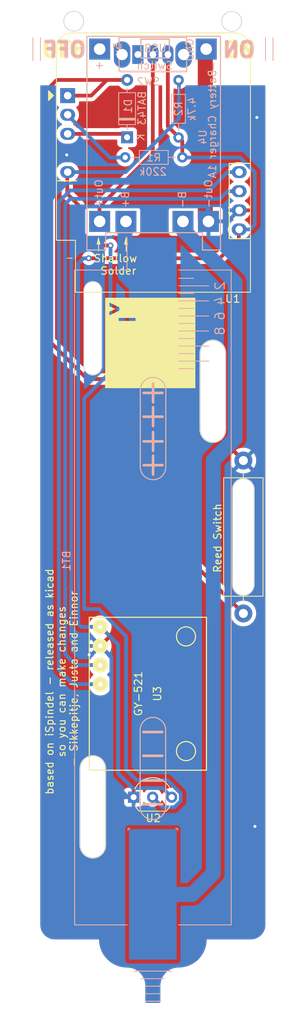
<source format=kicad_pcb>
(kicad_pcb (version 20221018) (generator pcbnew)

  (general
    (thickness 1.6)
  )

  (paper "A4")
  (layers
    (0 "F.Cu" signal)
    (31 "B.Cu" signal)
    (32 "B.Adhes" user "B.Adhesive")
    (33 "F.Adhes" user "F.Adhesive")
    (34 "B.Paste" user)
    (35 "F.Paste" user)
    (36 "B.SilkS" user "B.Silkscreen")
    (37 "F.SilkS" user "F.Silkscreen")
    (38 "B.Mask" user)
    (39 "F.Mask" user)
    (40 "Dwgs.User" user "User.Drawings")
    (41 "Cmts.User" user "User.Comments")
    (42 "Eco1.User" user "User.Eco1")
    (43 "Eco2.User" user "User.Eco2")
    (44 "Edge.Cuts" user)
  )

  (setup
    (pad_to_mask_clearance 0)
    (pcbplotparams
      (layerselection 0x00010fc_ffffffff)
      (plot_on_all_layers_selection 0x0000000_00000000)
      (disableapertmacros false)
      (usegerberextensions true)
      (usegerberattributes false)
      (usegerberadvancedattributes false)
      (creategerberjobfile false)
      (dashed_line_dash_ratio 12.000000)
      (dashed_line_gap_ratio 3.000000)
      (svgprecision 6)
      (plotframeref false)
      (viasonmask false)
      (mode 1)
      (useauxorigin false)
      (hpglpennumber 1)
      (hpglpenspeed 20)
      (hpglpendiameter 15.000000)
      (dxfpolygonmode true)
      (dxfimperialunits true)
      (dxfusepcbnewfont true)
      (psnegative false)
      (psa4output false)
      (plotreference true)
      (plotvalue true)
      (plotinvisibletext false)
      (sketchpadsonfab false)
      (subtractmaskfromsilk true)
      (outputformat 1)
      (mirror false)
      (drillshape 0)
      (scaleselection 1)
      (outputdirectory "gerber")
    )
  )

  (net 0 "")
  (net 1 "Net-(BT1-Pad1)")
  (net 2 "Net-(BT1-Pad2)")
  (net 3 "Net-(D1-Pad1)")
  (net 4 "Net-(D1-Pad2)")
  (net 5 "VCC")
  (net 6 "Net-(R1-Pad2)")
  (net 7 "Net-(R2-Pad2)")
  (net 8 "GND")
  (net 9 "unconnected-(SW2-Pad1)")
  (net 10 "Net-(SW2-Pad2)")
  (net 11 "Net-(U1-Pad11)")
  (net 12 "Net-(U1-Pad12)")
  (net 13 "unconnected-(U4-Pad1)")

  (footprint "libs:nr" (layer "F.Cu") (at 148.5 79.65))

  (footprint "libs:techinc_fmask" (layer "F.Cu") (at 140.595742 100.549816 -30))

  (footprint "Resistor_THT:R_Axial_DIN0516_L15.5mm_D5.0mm_P20.32mm_Horizontal" (layer "F.Cu") (at 160.909 95.2754 -90))

  (footprint "Package_TO_SOT_THT:TO-92_Inline_Wide" (layer "F.Cu") (at 146.2786 140.0092))

  (footprint "libs:GY-521-minimal" (layer "F.Cu") (at 148.1836 126.2634 -90))

  (footprint "libs:WEMOS_D1_mini_light_minimal" (layer "F.Cu") (at 137.4926 46.7868))

  (footprint "libs:TP4056-18650" (layer "B.Cu") (at 140.0572 38.9 -90))

  (footprint "Button_Switch_THT:SW_CuK_OS102011MA1QN1_SPDT_Angled" (layer "B.Cu") (at 146.8506 41.3258))

  (footprint "Resistor_THT:R_Axial_DIN0204_L3.6mm_D1.6mm_P7.62mm_Horizontal" (layer "B.Cu") (at 152.781 54.991 180))

  (footprint "libs:BatteryHolder_Keystone_1042_1x18650_movable" (layer "B.Cu") (at 148.845 108.6006 -90))

  (footprint "Resistor_THT:R_Axial_DIN0204_L3.6mm_D1.6mm_P7.62mm_Horizontal" (layer "B.Cu") (at 152.273 52.3494 90))

  (footprint "Diode_THT:D_DO-35_SOD27_P7.62mm_Horizontal" (layer "B.Cu") (at 145.415 52.324 90))

  (gr_poly
    (pts
      (xy 151.70501 42.44208)
      (xy 151.68177 42.45761)
      (xy 151.70972 42.45761)
    )

    (stroke (width 0) (type solid)) (fill solid) (layer "B.Cu") (tstamp c2f37eee-e094-47ee-b148-d25a1ae00c23))
  (gr_line (start 150.73526 42.95927) (end 150.78288 42.86403)
    (stroke (width 0.15) (type solid)) (layer "B.SilkS") (tstamp 006ecbb6-ce34-4dca-9cd4-326fb4bf593e))
  (gr_line (start 150.78288 43.14974) (end 150.73526 43.0545)
    (stroke (width 0.15) (type solid)) (layer "B.SilkS") (tstamp 00b828fc-0bdb-41d9-acd7-8e2288a0f8f4))
  (gr_line (start 149.25907 43.24498) (end 149.25907 42.57831)
    (stroke (width 0.15) (type solid)) (layer "B.SilkS") (tstamp 02b66d7d-513a-4964-98f1-6717c54186c3))
  (gr_line (start 158.24077 77.76598) (end 158.30029 77.8255)
    (stroke (width 0.15) (type solid)) (layer "B.SilkS") (tstamp 069894b0-3492-4c08-8871-28d69110852e))
  (gr_line (start 147.87811 43.24498) (end 148.06859 43.24498)
    (stroke (width 0.15) (type solid)) (layer "B.SilkS") (tstamp 06df2757-f6c1-4334-89ed-3e3c00936bde))
  (gr_line (start 157.70505 77.8255) (end 157.76458 77.76598)
    (stroke (width 0.15) (type solid)) (layer "B.SilkS") (tstamp 07dd7b7d-0791-47f7-8447-bb1e4e7da9c2))
  (gr_line (start 157.16934 77.8255) (end 157.10982 77.94455)
    (stroke (width 0.15) (type solid)) (layer "B.SilkS") (tstamp 086960b4-bbc8-472b-9c41-f1f03d4b82ea))
  (gr_line (start 144.3424 43.5426) (end 144.3424 39.2926)
    (stroke (width 0.15) (type solid)) (layer "B.SilkS") (tstamp 09356dd9-5487-4db5-834d-80b4acbeddfd))
  (gr_line (start 157.10982 72.18265) (end 157.16934 72.3017)
    (stroke (width 0.15) (type solid)) (layer "B.SilkS") (tstamp 0bdb7771-1c5c-47b1-940b-cddc71711fc5))
  (gr_line (start 152.29434 80.0636) (end 156.29434 80.0636)
    (stroke (width 0.12) (type solid)) (layer "B.SilkS") (tstamp 0d8f45a7-3036-421e-b79b-4b0a3e6b8e1e))
  (gr_line (start 157.40744 75.76598) (end 157.64553 75.70646)
    (stroke (width 0.15) (type solid)) (layer "B.SilkS") (tstamp 0e40b89d-4ac2-4e9c-8d40-21e43ab0509b))
  (gr_line (start 147.2324 41.762) (end 151.0324 41.762)
    (stroke (width 0.15) (type solid)) (layer "B.SilkS") (tstamp 10f70642-4233-4df6-89bf-80d25c3f11cc))
  (gr_line (start 151.30669 42.43546) (end 151.25907 42.34022)
    (stroke (width 0.15) (type solid)) (layer "B.SilkS") (tstamp 11584d42-84c0-455c-951a-dca394a25d55))
  (gr_line (start 158.35982 77.94455) (end 158.35982 78.18265)
    (stroke (width 0.15) (type solid)) (layer "B.SilkS") (tstamp 11f9874b-f7cf-443d-91bd-f3121ccb6cdb))
  (gr_line (start 152.29434 76.0636) (end 156.29434 76.0636)
    (stroke (width 0.12) (type solid)) (layer "B.SilkS") (tstamp 1444b167-0989-4de6-b064-61950cf4669e))
  (gr_line (start 152.29434 75.0636) (end 154.29434 75.0636)
    (stroke (width 0.12) (type solid)) (layer "B.SilkS") (tstamp 147873b9-fef6-4b52-a6a1-446cfe621559))
  (gr_line (start 152.29434 83.0636) (end 154.29434 83.0636)
    (stroke (width 0.12) (type solid)) (layer "B.SilkS") (tstamp 18e76d5f-96c9-4b47-a0be-a8e51adcef63))
  (gr_line (start 157.40744 77.70646) (end 157.34791 77.70646)
    (stroke (width 0.15) (type solid)) (layer "B.SilkS") (tstamp 1a3a9283-4063-472a-aff0-45161fbff891))
  (gr_line (start 149.25907 42.24498) (end 149.30669 42.2926)
    (stroke (width 0.15) (type solid)) (layer "B.SilkS") (tstamp 1c5e169c-b15e-4581-836a-18a324715d7c))
  (gr_line (start 151.25907 42.34022) (end 151.21145 42.2926)
    (stroke (width 0.15) (type solid)) (layer "B.SilkS") (tstamp 1cfaba91-99f9-4d36-ae51-573dec7850d1))
  (gr_line (start 152.29434 82.0636) (end 156.29434 82.0636)
    (stroke (width 0.12) (type solid)) (layer "B.SilkS") (tstamp 1e91e093-742b-4a54-9327-bca16de788c6))
  (gr_line (start 157.22886 78.36122) (end 157.34791 78.42074)
    (stroke (width 0.15) (type solid)) (layer "B.SilkS") (tstamp 1f737c21-72ca-45ec-b78f-43f4a3de6c39))
  (gr_line (start 133.86 42.12) (end 133.86 39.12)
    (stroke (width 0.12) (type solid)) (layer "B.SilkS") (tstamp 209dd0c6-42ce-4f46-866b-151126ef21c2))
  (gr_line (start 157.52648 78.36122) (end 157.58601 78.3017)
    (stroke (width 0.15) (type solid)) (layer "B.SilkS") (tstamp 2144b17e-9ae1-4454-bc47-3240c0c7235e))
  (gr_line (start 150.40192 42.57831) (end 150.21145 43.24498)
    (stroke (width 0.15) (type solid)) (layer "B.SilkS") (tstamp 25924816-bdb4-4e37-9b04-3c916642d1e5))
  (gr_line (start 147.21145 42.57831) (end 147.30669 42.62593)
    (stroke (width 0.15) (type solid)) (layer "B.SilkS") (tstamp 28ac2eca-bc53-4cba-b2fc-a9c70bd17f42))
  (gr_line (start 157.46696 72.42074) (end 157.64553 72.36122)
    (stroke (width 0.15) (type solid)) (layer "B.SilkS") (tstamp 299fdc54-9754-46f5-a276-f7ba8a833d6d))
  (gr_line (start 157.70505 78.3017) (end 157.64553 78.18265)
    (stroke (width 0.15) (type solid)) (layer "B.SilkS") (tstamp 29aa0b4b-bf7e-4e1e-8f33-c0a3ced472e6))
  (gr_line (start 147.828 166.12) (end 149.86 166.12)
    (stroke (width 0.12) (type solid)) (layer "B.SilkS") (tstamp 2c4ccb4c-0a37-4a5c-8b9f-80caa107113c))
  (gr_line (start 148.78288 42.24498) (end 148.78288 43.10212)
    (stroke (width 0.15) (type solid)) (layer "B.SilkS") (tstamp 2e0c5dd3-3dd4-4831-bd07-0a31c16df405))
  (gr_line (start 158.35982 76.18265) (end 158.30029 76.3017)
    (stroke (width 0.15) (type solid)) (layer "B.SilkS") (tstamp 2e44556b-7d6c-4c1f-b186-848e4bb9469a))
  (gr_line (start 158.35982 71.64693) (end 158.35982 72.42074)
    (stroke (width 0.15) (type solid)) (layer "B.SilkS") (tstamp 336de89e-18a1-4c1c-9d28-b0f20ec5842f))
  (gr_line (start 148.06859 42.57831) (end 147.87811 42.57831)
    (stroke (width 0.15) (type solid)) (layer "B.SilkS") (tstamp 349be9be-525e-4011-93bd-611c44d2936a))
  (gr_line (start 151.25907 42.62593) (end 151.30669 42.5307)
    (stroke (width 0.15) (type solid)) (layer "B.SilkS") (tstamp 34ee3ead-b18f-4d73-a57f-c0f2ad969988))
  (gr_line (start 157.34791 77.70646) (end 157.22886 77.76598)
    (stroke (width 0.15) (type solid)) (layer "B.SilkS") (tstamp 3597c619-0ce5-4c35-bced-8df5c16b7e39))
  (gr_line (start 148.21145 43.14974) (end 148.25907 43.0545)
    (stroke (width 0.15) (type solid)) (layer "B.SilkS") (tstamp 36fbe909-0b96-4b90-92f8-1db4a590f0e2))
  (gr_line (start 147.2324 39.262) (end 147.2324 41.762)
    (stroke (width 0.15) (type solid)) (layer "B.SilkS") (tstamp 37861e45-c08d-4f14-8851-95069332932e))
  (gr_line (start 150.8305 43.19736) (end 150.78288 43.14974)
    (stroke (width 0.15) (type solid)) (layer "B.SilkS") (tstamp 39247cca-e27d-462f-92f9-bcc6a0ee7237))
  (gr_line (start 158.30029 77.8255) (end 158.35982 77.94455)
    (stroke (width 0.15) (type solid)) (layer "B.SilkS") (tstamp 3973e4cb-1706-43cc-817e-6f5d2b4b25d4))
  (gr_line (start 152.29434 77.0636) (end 154.29434 77.0636)
    (stroke (width 0.12) (type solid)) (layer "B.SilkS") (tstamp 39bb2e3e-454a-459d-a0ce-9a4357513f7a))
  (gr_line (start 151.21145 42.2926) (end 151.11621 42.24498)
    (stroke (width 0.15) (type solid)) (layer "B.SilkS") (tstamp 3add9143-a1a5-4ed6-b53d-88d71f2d68a3))
  (gr_line (start 157.10982 76.0636) (end 157.16934 75.94455)
    (stroke (width 0.15) (type solid)) (layer "B.SilkS") (tstamp 3b7b1c57-1cf9-41e6-b0ad-8b1bd6e873a8))
  (gr_line (start 157.76458 78.36122) (end 157.70505 78.3017)
    (stroke (width 0.15) (type solid)) (layer "B.SilkS") (tstamp 3c3806fc-5de2-4525-a830-b434e2cca8e4))
  (gr_line (start 150.87811 42.24498) (end 150.73526 42.2926)
    (stroke (width 0.15) (type solid)) (layer "B.SilkS") (tstamp 3c5222ad-5b32-423b-8727-5942bc3abaef))
  (gr_line (start 147.30669 42.62593) (end 147.3543 42.67355)
    (stroke (width 0.15) (type solid)) (layer "B.SilkS") (tstamp 3f8d4b86-b2aa-4a02-af89-d4723f41c4a5))
  (gr_line (start 157.16934 78.3017) (end 157.22886 78.36122)
    (stroke (width 0.15) (type solid)) (layer "B.SilkS") (tstamp 41267fd2-9a79-4197-bae9-46a03fe9a631))
  (gr_line (start 164.86 39.12) (end 164.86 42.12)
    (stroke (width 0.12) (type solid)) (layer "B.SilkS") (tstamp 41466e03-b19e-429c-af4d-f37d68a4bedb))
  (gr_line (start 148.64002 43.24498) (end 148.54478 43.24498)
    (stroke (width 0.15) (type solid)) (layer "B.SilkS") (tstamp 43fe5487-965d-4a7d-87c1-42a11589dfd8))
  (gr_line (start 149.25907 42.24498) (end 149.25907 42.34022)
    (stroke (width 0.15) (type solid)) (layer "B.SilkS") (tstamp 489857a6-a371-4340-9266-c2837ba4d320))
  (gr_line (start 158.35982 78.18265) (end 158.30029 78.3017)
    (stroke (width 0.15) (type solid)) (layer "B.SilkS") (tstamp 48e2be0e-141a-48da-8a08-d4d33d2eb6e5))
  (gr_line (start 151.11621 42.72117) (end 151.21145 42.67355)
    (stroke (width 0.15) (type solid)) (layer "B.SilkS") (tstamp 4b598389-a396-46b2-8af5-0b08df708803))
  (gr_line (start 150.73526 43.0545) (end 150.73526 42.95927)
    (stroke (width 0.15) (type solid)) (layer "B.SilkS") (tstamp 4bcba24d-1aae-49ad-a17d-930391e5eccb))
  (gr_line (start 157.40744 78.42074) (end 157.52648 78.36122)
    (stroke (width 0.15) (type solid)) (layer "B.SilkS") (tstamp 4c0dea39-f57e-4a88-8f30-06afb8cf130c))
  (gr_line (start 148.92573 42.57831) (end 148.54478 42.57831)
    (stroke (width 0.15) (type solid)) (layer "B.SilkS") (tstamp 4ce2c7bc-77ef-429a-8b8f-30bc2b87323c))
  (gr_line (start 157.76458 77.76598) (end 157.88363 77.70646)
    (stroke (width 0.15) (type solid)) (layer "B.SilkS") (tstamp 51aeded3-6466-4ec4-a4d0-ddce70dfbdb5))
  (gr_line (start 157.88363 77.70646) (end 158.12172 77.70646)
    (stroke (width 0.15) (type solid)) (layer "B.SilkS") (tstamp 520a7f33-2c72-409b-b743-2c0ce3f522c5))
  (gr_line (start 149.21145 42.2926) (end 149.25907 42.24498)
    (stroke (width 0.15) (type solid)) (layer "B.SilkS") (tstamp 5381d145-fb4b-45ab-942d-49f5116ee0c0))
  (gr_line (start 157.22886 77.76598) (end 157.16934 77.8255)
    (stroke (width 0.15) (type solid)) (layer "B.SilkS") (tstamp 572d8e6e-e57b-42b0-96f8-37c15963bb2a))
  (gr_line (start 148.21145 42.67355) (end 148.16383 42.62593)
    (stroke (width 0.15) (type solid)) (layer "B.SilkS") (tstamp 59feaebf-7671-410c-82a3-b97c9615c45e))
  (gr_line (start 153.3424 43.5426) (end 144.3424 43.5426)
    (stroke (width 0.15) (type solid)) (layer "B.SilkS") (tstamp 5c33682e-566f-4622-a5ac-c0cb4bbaeae6))
  (gr_line (start 152.29434 78.0636) (end 156.29434 78.0636)
    (stroke (width 0.12) (type solid)) (layer "B.SilkS") (tstamp 5cf5de38-a34c-4cba-bc28-c5dbfff13c85))
  (gr_line (start 157.16934 72.3017) (end 157.22886 72.36122)
    (stroke (width 0.15) (type solid)) (layer "B.SilkS") (tstamp 5db9eee5-736a-4ea1-be53-9d772ad40d44))
  (gr_line (start 147.828 167.12) (end 149.86 167.12)
    (stroke (width 0.12) (type solid)) (layer "B.SilkS") (tstamp 5fff290e-f6f4-437d-a3c3-63f49ea777b0))
  (gr_line (start 157.22886 72.36122) (end 157.34791 72.42074)
    (stroke (width 0.15) (type solid)) (layer "B.SilkS") (tstamp 60353cf5-ad13-4efb-818d-17c582733530))
  (gr_line (start 147.32 164.12) (end 150.368 164.12)
    (stroke (width 0.12) (type solid)) (layer "B.SilkS") (tstamp 628c2d43-1f92-4f82-aeac-7663bc1936f8))
  (gr_line (start 157.10982 77.94455) (end 157.10982 78.18265)
    (stroke (width 0.15) (type solid)) (layer "B.SilkS") (tstamp 63291242-d8a3-41d5-a83a-8087995b1d43))
  (gr_line (start 151.21145 42.67355) (end 151.25907 42.62593)
    (stroke (width 0.15) (type solid)) (layer "B.SilkS") (tstamp 67222f3b-eb6f-417d-a20c-5268a40c7409))
  (gr_line (start 146.92573 43.24498) (end 146.92573 42.72117)
    (stroke (width 0.15) (type solid)) (layer "B.SilkS") (tstamp 68b8be1d-bc32-4fc6-90cb-4e6d8472e1b1))
  (gr_line (start 158.30029 75.8255) (end 158.35982 75.94455)
    (stroke (width 0.15) (type solid)) (layer "B.SilkS") (tstamp 6cce9b27-dc0c-4ad0-b1ea-f771f388de32))
  (gr_line (start 157.64553 77.94455) (end 157.58601 77.8255)
    (stroke (width 0.15) (type solid)) (layer "B.SilkS") (tstamp 725e8f40-16b3-4fcf-a279-d5c36af18a30))
  (gr_line (start 151.30669 43.19736) (end 151.16383 43.24498)
    (stroke (width 0.15) (type solid)) (layer "B.SilkS") (tstamp 7438ac39-1759-4f4d-8025-99dda869cc6b))
  (gr_line (start 157.10982 76.3017) (end 157.10982 76.0636)
    (stroke (width 0.15) (type solid)) (layer "B.SilkS") (tstamp 790038da-69b6-499d-a471-6694372b66e2))
  (gr_line (start 148.78288 43.10212) (end 148.73526 43.19736)
    (stroke (width 0.15) (type solid)) (layer "B.SilkS") (tstamp 7a367aa9-b4a8-4735-b9b0-1e2f4f193d4f))
  (gr_line (start 153.3424 39.0426) (end 153.3424 43.5426)
    (stroke (width 0.15) (type solid)) (layer "B.SilkS") (tstamp 7ac87d80-f039-4808-bf50-ea98f403fcda))
  (gr_line (start 157.16934 71.76598) (end 157.10982 71.88503)
    (stroke (width 0.15) (type solid)) (layer "B.SilkS") (tstamp 7e0aabca-a2d4-4480-86de-61f286e15233))
  (gr_line (start 147.828 165.12) (end 149.86 165.12)
    (stroke (width 0.12) (type solid)) (layer "B.SilkS") (tstamp 7e237a6a-3f2d-4e62-a7d8-3e35741a98e5))
  (gr_line (start 146.36 163.12) (end 151.36 163.12)
    (stroke (width 0.12) (type solid)) (layer "B.SilkS") (tstamp 7e6558fe-973f-4e51-b9d0-075395baea96))
  (gr_line (start 157.70505 76.36122) (end 157.64553 76.3017)
    (stroke (width 0.15) (type solid)) (layer "B.SilkS") (tstamp 7f1d110e-63a8-4384-aaf1-786a65e3fcb1))
  (gr_line (start 150.02097 42.76879) (end 149.8305 43.24498)
    (stroke (width 0.15) (type solid)) (layer "B.SilkS") (tstamp 812af8f3-a9af-4976-b477-5977f68ce6ea))
  (gr_line (start 158.35982 75.94455) (end 158.35982 76.18265)
    (stroke (width 0.15) (type solid)) (layer "B.SilkS") (tstamp 81c19ab8-5305-457d-8e17-532f0b9e768b))
  (gr_line (start 157.34791 78.42074) (end 157.40744 78.42074)
    (stroke (width 0.15) (type solid)) (layer "B.SilkS") (tstamp 825fd01b-71c4-4cd8-b932-15417d22dbfe))
  (gr_line (start 146.97335 42.62593) (end 147.06859 42.57831)
    (stroke (width 0.15) (type solid)) (layer "B.SilkS") (tstamp 82b6a8a2-16af-4c1a-89d1-b9070aa3eb23))
  (gr_line (start 158.12172 75.70646) (end 158.24077 75.76598)
    (stroke (width 0.15) (type solid)) (layer "B.SilkS") (tstamp 83b08e82-5e64-4080-8af5-1c5aea831989))
  (gr_line (start 157.52648 77.76598) (end 157.40744 77.70646)
    (stroke (width 0.15) (type solid)) (layer "B.SilkS") (tstamp 896cc45e-ec1a-49c2-b257-b9fa7f66547a))
  (gr_line (start 157.64553 75.70646) (end 158.12172 75.70646)
    (stroke (width 0.15) (type solid)) (layer "B.SilkS") (tstamp 8c1e2ce5-c0aa-4a0c-bbd1-a60d1798cb36))
  (gr_line (start 144.3424 39.0426) (end 148.8424 39.0426)
    (stroke (width 0.15) (type solid)) (layer "B.SilkS") (tstamp 92ce5808-7a25-42f9-900e-74848e8f5ddf))
  (gr_line (start 157.52648 74.3017) (end 158.35982 74.3017)
    (stroke (width 0.15) (type solid)) (layer "B.SilkS") (tstamp 940f8fcc-90f4-4a7c-959d-b65411f713c3))
  (gr_line (start 157.10982 78.18265) (end 157.16934 78.3017)
    (stroke (width 0.15) (type solid)) (layer "B.SilkS") (tstamp 96739008-8007-4f19-a2c5-60c12c0c5ef4))
  (gr_line (start 148.16383 43.19736) (end 148.21145 43.14974)
    (stroke (width 0.15) (type solid)) (layer "B.SilkS") (tstamp 97648994-d50c-455b-8fba-7c6880d31a59))
  (gr_line (start 147.78288 43.19736) (end 147.87811 43.24498)
    (stroke (width 0.15) (type solid)) (layer "B.SilkS") (tstamp 9897e931-46ba-4409-bd24-be2c30cedc70))
  (gr_line (start 157.58601 75.94455) (end 157.64553 75.8255)
    (stroke (width 0.15) (type solid)) (layer "B.SilkS") (tstamp 9b8eb73a-7b36-4515-86a2-a2358ea8e3ae))
  (gr_line (start 157.58601 78.3017) (end 157.64553 78.18265)
    (stroke (width 0.15) (type solid)) (layer "B.SilkS") (tstamp 9cbfed77-5d6a-40d0-bcbf-fa95a8a1b9f8))
  (gr_line (start 146.92573 42.72117) (end 146.97335 42.62593)
    (stroke (width 0.15) (type solid)) (layer "B.SilkS") (tstamp 9f864000-b71b-4049-b3ee-e9f9b40cc87e))
  (gr_line (start 157.22886 75.88503) (end 157.40744 75.76598)
    (stroke (width 0.15) (type solid)) (layer "B.SilkS") (tstamp a12d62a0-2a76-4ceb-b2ad-1ab9aa19c592))
  (gr_line (start 158.24077 75.76598) (end 158.30029 75.8255)
    (stroke (width 0.15) (type solid)) (layer "B.SilkS") (tstamp a146a73b-4454-4ab1-af05-cbeab7781897))
  (gr_line (start 158.12172 76.42074) (end 157.8241 76.42074)
    (stroke (width 0.15) (type solid)) (layer "B.SilkS") (tstamp a2ff6454-a330-4874-9d68-479b853a8041))
  (gr_line (start 152.29434 72.0636) (end 156.29434 72.0636)
    (stroke (width 0.12) (type solid)) (layer "B.SilkS") (tstamp a3153d9f-8ac6-4402-9c70-94dcf8f0ee30))
  (gr_line (start 150.92573 42.76879) (end 151.11621 42.72117)
    (stroke (width 0.15) (type solid)) (layer "B.SilkS") (tstamp a4f68b1d-46f8-49fb-8150-5669dd0203ce))
  (gr_line (start 157.16934 75.94455) (end 157.22886 75.88503)
    (stroke (width 0.15) (type solid)) (layer "B.SilkS") (tstamp a6a1cca1-81cd-4de0-badf-a6300b774795))
  (gr_line (start 157.94315 73.70646) (end 157.94315 74.48027)
    (stroke (width 0.15) (type solid)) (layer "B.SilkS") (tstamp a707ef6f-c44b-42d8-acab-3b9a31b1afbd))
  (gr_line (start 152.29434 79.0636) (end 154.29434 79.0636)
    (stroke (width 0.12) (type solid)) (layer "B.SilkS") (tstamp a9ff5d49-4b59-41a2-9631-45c46d13fdd8))
  (gr_line (start 157.70505 75.76598) (end 157.8241 75.70646)
    (stroke (width 0.15) (type solid)) (layer "B.SilkS") (tstamp adf3484c-3597-413b-bab3-54e4aa575d25))
  (gr_line (start 158.30029 76.3017) (end 158.24077 76.36122)
    (stroke (width 0.15) (type solid)) (layer "B.SilkS") (tstamp af49139e-5b7b-4ee6-bd10-42e671365a11))
  (gr_line (start 157.88363 78.42074) (end 157.76458 78.36122)
    (stroke (width 0.15) (type solid)) (layer "B.SilkS") (tstamp afa48e45-af39-43e5-8bec-c7dcaa214925))
  (gr_line (start 158.30029 78.3017) (end 158.24077 78.36122)
    (stroke (width 0.15) (type solid)) (layer "B.SilkS") (tstamp b156b3b2-027f-441a-a357-7b701cc50e23))
  (gr_line (start 157.64553 77.94455) (end 157.70505 77.8255)
    (stroke (width 0.15) (type solid)) (layer "B.SilkS") (tstamp b1d911c3-d375-45af-a766-49d8a9f8af95))
  (gr_line (start 158.12172 78.42074) (end 157.88363 78.42074)
    (stroke (width 0.15) (type solid)) (layer "B.SilkS") (tstamp b232a598-eb05-42b8-8ddf-642e24f1127d))
  (gr_line (start 150.78288 42.86403) (end 150.8305 42.81641)
    (stroke (width 0.15) (type solid)) (layer "B.SilkS") (tstamp b29cc552-05c8-4645-bd46-5167841ba8e5))
  (gr_line (start 148.25907 42.76879) (end 148.21145 42.67355)
    (stroke (width 0.15) (type solid)) (layer "B.SilkS") (tstamp b2f20056-e342-415b-8469-6869043ce49a))
  (gr_line (start 149.30669 42.2926) (end 149.25907 42.34022)
    (stroke (width 0.15) (type solid)) (layer "B.SilkS") (tstamp b4d88090-fd60-43ca-8c05-f5a13e137167))
  (gr_line (start 157.64553 78.18265) (end 157.64553 77.94455)
    (stroke (width 0.15) (type solid)) (layer "B.SilkS") (tstamp b62ddd4c-7a01-446a-b875-39257e57ca10))
  (gr_line (start 151.11621 42.24498) (end 150.87811 42.24498)
    (stroke (width 0.15) (type solid)) (layer "B.SilkS") (tstamp b6b604f7-1580-4674-88bc-e636ae03eff8))
  (gr_line (start 147.06859 42.57831) (end 147.21145 42.57831)
    (stroke (width 0.15) (type solid)) (layer "B.SilkS") (tstamp b81b9d79-a834-46de-ad0b-65d48a2fb3ab))
  (gr_line (start 147.3543 43.24498) (end 147.3543 42.24498)
    (stroke (width 0.15) (type solid)) (layer "B.SilkS") (tstamp ba1010bb-de87-4d39-9503-53ca313a7854))
  (gr_line (start 157.64553 72.36122) (end 158.35982 71.64693)
    (stroke (width 0.15) (type solid)) (layer "B.SilkS") (tstamp bc511385-c3cd-40d7-870c-6017c6ce6c50))
  (gr_line (start 148.8424 39.0426) (end 153.3424 39.0426)
    (stroke (width 0.15) (type solid)) (layer "B.SilkS") (tstamp bcac5c4c-7d65-47b8-a095-b02d66bd878e))
  (gr_line (start 147.87811 42.57831) (end 147.78288 42.62593)
    (stroke (width 0.15) (type solid)) (layer "B.SilkS") (tstamp bcb84a06-42b9-4844-bd26-4ff171d5a3f9))
  (gr_line (start 157.05029 74.00408) (end 157.94315 73.70646)
    (stroke (width 0.15) (type solid)) (layer "B.SilkS") (tstamp be3b44a5-c7fa-4c97-b3aa-bacfe8d79aa6))
  (gr_line (start 150.8305 42.81641) (end 150.92573 42.76879)
    (stroke (width 0.15) (type solid)) (layer "B.SilkS") (tstamp bf13db8d-1fc9-4ffc-adfb-a587ade2c0e0))
  (gr_line (start 157.58601 77.8255) (end 157.52648 77.76598)
    (stroke (width 0.15) (type solid)) (layer "B.SilkS") (tstamp c313d63f-bacf-4849-a4d0-fdd5f156d9cd))
  (gr_line (start 152.29434 71.0636) (end 154.29434 71.0636)
    (stroke (width 0.12) (type solid)) (layer "B.SilkS") (tstamp c40730bc-f0ee-4e11-81a8-3ffc677f9f51))
  (gr_line (start 132.86 39.12) (end 132.86 42.12)
    (stroke (width 0.12) (type solid)) (layer "B.SilkS") (tstamp c608e56b-cb15-4cdb-908c-9d523ce13b37))
  (gr_line (start 152.29434 81.0636) (end 154.29434 81.0636)
    (stroke (width 0.12) (type solid)) (layer "B.SilkS") (tstamp c675bcdb-24c2-400c-b8d9-dde3f6d8f817))
  (gr_line (start 157.34791 72.42074) (end 157.46696 72.42074)
    (stroke (width 0.15) (type solid)) (layer "B.SilkS") (tstamp c67a2782-4190-47ac-8c19-f1fd9fc500d2))
  (gr_line (start 157.8241 76.42074) (end 157.70505 76.36122)
    (stroke (width 0.15) (type solid)) (layer "B.SilkS") (tstamp c6bae2dd-d82f-4dfb-8f6b-d95ecb8d7ca3))
  (gr_line (start 150.21145 43.24498) (end 150.02097 42.76879)
    (stroke (width 0.15) (type solid)) (layer "B.SilkS") (tstamp c9c2b51e-456d-45a9-8972-837c4b410e32))
  (gr_line (start 157.64553 76.3017) (end 157.58601 76.18265)
    (stroke (width 0.15) (type solid)) (layer "B.SilkS") (tstamp cbef4e0c-8543-40bd-9421-7531aaafed8d))
  (gr_line (start 158.24077 78.36122) (end 158.12172 78.42074)
    (stroke (width 0.15) (type solid)) (layer "B.SilkS") (tstamp cd188a9d-fee3-4f7c-9e1b-f95bfdf5ca1d))
  (gr_line (start 157.58601 76.18265) (end 157.58601 75.94455)
    (stroke (width 0.15) (type solid)) (layer "B.SilkS") (tstamp ce1c387e-0767-4578-a0da-ffc57af5d8fb))
  (gr_line (start 151.16383 43.24498) (end 150.92573 43.24498)
    (stroke (width 0.15) (type solid)) (layer "B.SilkS") (tstamp cefe1dfb-9c5a-46f5-a674-9e74086b4259))
  (gr_line (start 148.73526 43.19736) (end 148.64002 43.24498)
    (stroke (width 0.15) (type solid)) (layer "B.SilkS") (tstamp d0477201-bddb-4d12-ac04-ebe05d0866bd))
  (gr_line (start 149.8305 43.24498) (end 149.64002 42.57831)
    (stroke (width 0.15) (type solid)) (layer "B.SilkS") (tstamp d24976fc-9281-4f2b-914d-25b98d5bc4e0))
  (gr_line (start 163.86 39.12) (end 163.86 42.12)
    (stroke (width 0.12) (type solid)) (layer "B.SilkS") (tstamp d2bae7f5-05f1-481f-b0ce-0554845dc021))
  (gr_line (start 148.25907 43.0545) (end 148.25907 42.76879)
    (stroke (width 0.15) (type solid)) (layer "B.SilkS") (tstamp d45a8ca9-e662-4389-b3ca-6a6f53525526))
  (gr_line (start 152.29434 73.0636) (end 154.29434 73.0636)
    (stroke (width 0.12) (type solid)) (layer "B.SilkS") (tstamp d51af8b7-9e61-48dd-a7a1-ff4898691390))
  (gr_line (start 158.12172 77.70646) (end 158.24077 77.76598)
    (stroke (width 0.15) (type solid)) (layer "B.SilkS") (tstamp d83e1f6b-275a-49b0-90d5-ff434178e261))
  (gr_line (start 158.24077 76.36122) (end 158.12172 76.42074)
    (stroke (width 0.15) (type solid)) (layer "B.SilkS") (tstamp db19623a-6f47-4cc0-815b-d169d731e350))
  (gr_line (start 157.22886 71.70646) (end 157.16934 71.76598)
    (stroke (width 0.15) (type solid)) (layer "B.SilkS") (tstamp dbc8f9a5-7b75-465e-975e-66e6b642724d))
  (gr_line (start 148.16383 42.62593) (end 148.06859 42.57831)
    (stroke (width 0.15) (type solid)) (layer "B.SilkS") (tstamp dd97db42-97a3-4964-a426-79e1a1865ad6))
  (gr_line (start 148.06859 43.24498) (end 148.16383 43.19736)
    (stroke (width 0.15) (type solid)) (layer "B.SilkS") (tstamp dd993502-a18f-4236-9396-0625b96f301b))
  (gr_line (start 151.0324 39.262) (end 147.3324 39.262)
    (stroke (width 0.15) (type solid)) (layer "B.SilkS") (tstamp e2c6c6e7-1613-429f-b39a-cfc97047d002))
  (gr_line (start 144.3424 39.2926) (end 144.3424 39.0426)
    (stroke (width 0.15) (type solid)) (layer "B.SilkS") (tstamp e7ecd2bb-4aad-43c9-9e49-d2481c0d17e9))
  (gr_line (start 151.0324 41.762) (end 151.0324 39.262)
    (stroke (width 0.15) (type solid)) (layer "B.SilkS") (tstamp ebcbb0e0-f9ca-4983-bf4f-79d02fd5ac32))
  (gr_line (start 152.29434 74.0636) (end 156.29434 74.0636)
    (stroke (width 0.12) (type solid)) (layer "B.SilkS") (tstamp edc12755-df16-42b5-a02e-68df84920a17))
  (gr_line (start 149.25907 42.34022) (end 149.21145 42.2926)
    (stroke (width 0.15) (type solid)) (layer "B.SilkS") (tstamp ef7812c7-271b-427e-b0cb-39529fb9aa12))
  (gr_line (start 157.10982 71.88503) (end 157.10982 72.18265)
    (stroke (width 0.15) (type solid)) (layer "B.SilkS") (tstamp f4b5963d-e1dd-4e06-bb66-dc0db9d7c4ce))
  (gr_line (start 157.64553 75.8255) (end 157.70505 75.76598)
    (stroke (width 0.15) (type solid)) (layer "B.SilkS") (tstamp f5842657-7fc2-4a27-8a4e-91106398a805))
  (gr_line (start 150.92573 43.24498) (end 150.8305 43.19736)
    (stroke (width 0.15) (type solid)) (layer "B.SilkS") (tstamp f9567c3d-4082-4c9b-ae3c-7a4d92b95914))
  (gr_line (start 151.30669 42.5307) (end 151.30669 42.43546)
    (stroke (width 0.15) (type solid)) (layer "B.SilkS") (tstamp fcccfc0a-974b-485d-b00f-2e637eaf9200))
  (gr_line (start 141.66117 66.57467) (end 141.66117 67.48483)
    (stroke (width 0.01) (type solid)) (layer "F.SilkS") (tstamp 0158bd73-1de8-4398-954f-3d0cf138f06d))
  (gr_line (start 141.55952 68.86738) (end 141.65476 68.81976)
    (stroke (width 0.15) (type solid)) (layer "F.SilkS") (tstamp 02afa688-b3a2-4c5e-b23f-3625887ca3ac))
  (gr_line (start 141.75 68.58167) (end 141.70238 68.48643)
    (stroke (width 0.15) (type solid)) (layer "F.SilkS") (tstamp 02f2d537-ce7a-4bf0-acdd-73fc2a400a6d))
  (gr_line (start 146.25 70.04119) (end 146.29762 69.94595)
    (stroke (width 0.15) (type solid)) (layer "F.SilkS") (tstamp 03a69d1f-b7b9-4b40-b556-22ceb9a092b6))
  (gr_line (start 145.32143 68.86738) (end 145.17857 68.86738)
    (stroke (width 0.15) (type solid)) (layer "F.SilkS") (tstamp 0495afca-0b79-4ba6-9259-df136c07dc7d))
  (gr_line (start 141.65476 68.43881) (end 141.55952 68.39119)
    (stroke (width 0.15) (type solid)) (layer "F.SilkS") (tstamp 04a2dfec-32a2-4a49-8cf6-dcfab3406318))
  (gr_line (start 144.44048 70.04119) (end 144.4881 69.94595)
    (stroke (width 0.15) (type solid)) (layer "F.SilkS") (tstamp 04e9fe89-60d1-42d2-af72-c9bac8efa959))
  (gr_line (start 142.17857 68.86738) (end 142.17857 67.86738)
    (stroke (width 0.15) (type solid)) (layer "F.SilkS") (tstamp 05410ce2-8569-4021-a543-bebe8ce1e5bf))
  (gr_line (start 143.10714 69.89833) (end 143.20238 69.85071)
    (stroke (width 0.15) (type solid)) (layer "F.SilkS") (tstamp 077f5653-f13a-4a30-8d05-4557bdb2b776))
  (gr_line (start 135.90693 139.15958) (end 135.91752 139.149)
    (stroke (width 0.01) (type solid)) (layer "F.SilkS") (tstamp 085d1135-0b3e-48cb-b4ed-c7daa3ca9848))
  (gr_line (start 143.0119 70.04119) (end 143.05952 69.94595)
    (stroke (width 0.15) (type solid)) (layer "F.SilkS") (tstamp 08f56000-1a68-41c8-9ba5-6f26b6f96a9e))
  (gr_line (start 143.46429 68.24833) (end 143.36905 68.20071)
    (stroke (width 0.15) (type solid)) (layer "F.SilkS") (tstamp 0e03ef6b-95f7-4937-87c0-cefc61b9b13e))
  (gr_line (start 145.84524 68.20071) (end 146.03571 68.86738)
    (stroke (width 0.15) (type solid)) (layer "F.SilkS") (tstamp 0e0a2eb9-e3f4-402b-8652-fa73e3bb71d5))
  (gr_line (start 141.6467 65.71785) (end 141.6767 65.82648)
    (stroke (width 0.01) (type solid)) (layer "F.SilkS") (tstamp 1216f676-6e5b-47b5-8b17-df0aa7aea974))
  (gr_line (start 141.35666 66.5208) (end 141.37231 66.45829)
    (stroke (width 0.01) (type solid)) (layer "F.SilkS") (tstamp 13a6b7d8-29fe-43fe-b73a-37c0c278320f))
  (gr_line (start 144.4881 70.42214) (end 144.44048 70.3269)
    (stroke (width 0.15) (type solid)) (layer "F.SilkS") (tstamp 14a729ab-e207-4e14-ae53-f4402f6c6dee))
  (gr_line (start 141.80198 66.30212) (end 141.8298 66.40744)
    (stroke (width 0.01) (type solid)) (layer "F.SilkS") (tstamp 16b5afc9-1814-48fd-820a-38951018e044))
  (gr_line (start 143.10714 70.46976) (end 143.05952 70.42214)
    (stroke (width 0.15) (type solid)) (layer "F.SilkS") (tstamp 189bc363-b049-4ba6-aaca-f2083ee8bff8))
  (gr_line (start 145.14236 66.04021) (end 145.1748 65.90421)
    (stroke (width 0.01) (type solid)) (layer "F.SilkS") (tstamp 18c8b15c-b2fb-4a71-b7b0-76712fca2003))
  (gr_line (start 145.22533 67.48483) (end 145.22533 66.57467)
    (stroke (width 0.01) (type solid)) (layer "F.SilkS") (tstamp 18d6f322-2c36-491d-8400-c48682da4d84))
  (gr_line (start 141.17857 68.1531) (end 141.17857 68.05786)
    (stroke (width 0.15) (type solid)) (layer "F.SilkS") (tstamp 191546cd-a8c1-429b-92c7-384b8e510705))
  (gr_line (start 141.81782 66.57323) (end 141.76926 66.57467)
    (stroke (width 0.01) (type solid)) (layer "F.SilkS") (tstamp 197143c6-f12f-47c3-ab90-67e06ac566d5))
  (gr_line (start 145.34524 70.37452) (end 145.34524 69.99357)
    (stroke (width 0.15) (type solid)) (layer "F.SilkS") (tstamp 19a1a965-b8cb-456d-b835-c0cf8ef382b6))
  (gr_line (start 142.63095 70.3269) (end 142.63095 70.23167)
    (stroke (width 0.15) (type solid)) (layer "F.SilkS") (tstamp 19d47186-d870-4cce-a71b-336263422568))
  (gr_line (start 144.53571 69.89833) (end 144.63095 69.85071)
    (stroke (width 0.15) (type solid)) (layer "F.SilkS") (tstamp 1a81b9ab-084b-4fe4-9d98-8f8909471b8d))
  (gr_line (start 145.09205 66.25256) (end 145.12317 66.1216)
    (stroke (width 0.01) (type solid)) (layer "F.SilkS") (tstamp 1c4eeb2f-4e5d-4b8a-b98d-4053817322df))
  (gr_line (start 145.23022 65.6826) (end 145.25023 65.60841)
    (stroke (width 0.01) (type solid)) (layer "F.SilkS") (tstamp 1d031bc1-9b7d-43a4-b608-fda6616473df))
  (gr_line (start 141.56022 65.6826) (end 141.58023 65.60841)
    (stroke (width 0.01) (type solid)) (layer "F.SilkS") (tstamp 1e5fb63d-0228-4bd7-896c-41b58ce70631))
  (gr_line (start 143.34524 70.51738) (end 143.20238 70.51738)
    (stroke (width 0.15) (type solid)) (layer "F.SilkS") (tstamp 1fa752a5-af0a-4559-9d13-6e0fb6508643))
  (gr_line (start 135.91752 139.17017) (end 135.90693 139.15958)
    (stroke (width 0.01) (type solid)) (layer "F.SilkS") (tstamp 1ffd4239-161f-422b-ae05-4ed347f63e53))
  (gr_line (start 145.05039 66.57134) (end 145.02063 66.56051)
    (stroke (width 0.01) (type solid)) (layer "F.SilkS") (tstamp 2007c23e-cfe2-4b5a-b23b-6ca59816ab86))
  (gr_line (start 141.58023 65.60841) (end 141.59315 65.56626)
    (stroke (width 0.01) (type solid)) (layer "F.SilkS") (tstamp 2051547e-bf09-4cc1-803f-08be3cdcf4b3))
  (gr_line (start 144.9881 68.6769) (end 144.9881 68.39119)
    (stroke (width 0.15) (type solid)) (layer "F.SilkS") (tstamp 20c32111-78d7-4466-b439-b519e5b8b891))
  (gr_line (start 141.60714 67.86738) (end 141.75 67.915)
    (stroke (width 0.15) (type solid)) (layer "F.SilkS") (tstamp 20f1f9cb-0e1d-4386-ac21-0da7a6e53d02))
  (gr_line (start 143.5119 68.86738) (end 143.5119 68.34357)
    (stroke (width 0.15) (type solid)) (layer "F.SilkS") (tstamp 214b366c-51bb-48c5-a657-57c17509ac53))
  (gr_line (start 141.6052 65.57829) (end 141.62233 65.63323)
    (stroke (width 0.01) (type solid)) (layer "F.SilkS") (tstamp 22c1634d-85d4-444b-baeb-3c2d93fb2fbc))
  (gr_line (start 146.03571 68.86738) (end 146.22619 68.39119)
    (stroke (width 0.15) (type solid)) (layer "F.SilkS") (tstamp 249fdb50-a4c5-452d-861d-e298376e062d))
  (gr_line (start 145.20458 65.7831) (end 145.23022 65.6826)
    (stroke (width 0.01) (type solid)) (layer "F.SilkS") (tstamp 25b8891b-994d-47d6-b180-48904591fe68))
  (gr_line (start 142.25 69.51738) (end 142.4881 69.51738)
    (stroke (width 0.15) (type solid)) (layer "F.SilkS") (tstamp 26764944-6c83-42e6-a422-f99ff7e8c882))
  (gr_line (start 142.58333 70.42214) (end 142.63095 70.3269)
    (stroke (width 0.15) (type solid)) (layer "F.SilkS") (tstamp 278ab181-62d6-41fd-a432-b43217b14e2e))
  (gr_line (start 142.10714 69.61262) (end 142.15476 69.565)
    (stroke (width 0.15) (type solid)) (layer "F.SilkS") (tstamp 29ae4ef9-cdf7-46e1-9156-f4f0775d5bda))
  (gr_line (start 144.4881 69.94595) (end 144.53571 69.89833)
    (stroke (width 0.15) (type solid)) (layer "F.SilkS") (tstamp 29fd9dec-666d-4fdc-b775-833620d26673))
  (gr_line (start 145.32143 68.20071) (end 145.41667 68.24833)
    (stroke (width 0.15) (type solid)) (layer "F.SilkS") (tstamp 2ca4f304-814a-4734-9873-1d4f7aa7fec7))
  (gr_line (start 145.46429 68.29595) (end 145.5119 68.39119)
    (stroke (width 0.15) (type solid)) (layer "F.SilkS") (tstamp 2cd24269-2370-4583-a41f-63ef112727f7))
  (gr_line (start 145.77381 69.89833) (end 145.82143 69.99357)
    (stroke (width 0.15) (type solid)) (layer "F.SilkS") (tstamp 2f77e723-9700-4e5e-9c95-6671dad248b6))
  (gr_line (start 141.27381 67.915) (end 141.36905 67.86738)
    (stroke (width 0.15) (type solid)) (layer "F.SilkS") (tstamp 2ffb1829-9990-4509-9222-976476f1747e))
  (gr_line (start 141.76933 66.1777) (end 141.80198 66.30212)
    (stroke (width 0.01) (type solid)) (layer "F.SilkS") (tstamp 32765d72-471a-46ce-bef4-21375ad18413))
  (gr_line (start 144.55952 68.81976) (end 144.5119 68.72452)
    (stroke (width 0.15) (type solid)) (layer "F.SilkS") (tstamp 35798b87-e4e3-40a8-b9ae-d0a8a449ad90))
  (gr_line (start 141.35063 66.56051) (end 141.34914 66.54821)
    (stroke (width 0.01) (type solid)) (layer "F.SilkS") (tstamp 36806358-64ce-4fbf-ac35-c053d0790516))
  (gr_line (start 146.34524 69.89833) (end 146.44048 69.85071)
    (stroke (width 0.15) (type solid)) (layer "F.SilkS") (tstamp 36d995d5-0c31-4f89-a183-a084a22c4d35))
  (gr_line (start 143.4881 69.94595) (end 143.53571 70.04119)
    (stroke (width 0.15) (type solid)) (layer "F.SilkS") (tstamp 371c7536-3bf6-4cb8-a270-99da76d7be9c))
  (gr_line (start 141.59692 65.55871) (end 141.6052 65.57829)
    (stroke (width 0.01) (type solid)) (layer "F.SilkS") (tstamp 375b42ed-6d5f-403f-8380-51c61d7be394))
  (gr_line (start 145.01914 66.54821) (end 145.02666 66.5208)
    (stroke (width 0.01) (type solid)) (layer "F.SilkS") (tstamp 376c409d-081b-442e-bc2b-91e8b8ca8596))
  (gr_line (start 143.0119 70.3269) (end 143.0119 70.04119)
    (stroke (width 0.15) (type solid)) (layer "F.SilkS") (tstamp 393a5b91-cd90-4e71-8a76-95953a281806))
  (gr_line (start 146.41667 68.86738) (end 146.60714 68.20071)
    (stroke (width 0.15) (type solid)) (layer "F.SilkS") (tstamp 3a5ea20c-0e6e-4318-afe6-37a9aa02a556))
  (gr_line (start 141.66117 67.48483) (end 141.55533 67.48483)
    (stroke (width 0.01) (type solid)) (layer "F.SilkS") (tstamp 3b9b15b2-17e2-4476-9e9d-acc2a049f121))
  (gr_line (start 143.03571 68.72452) (end 143.03571 68.62929)
    (stroke (width 0.15) (type solid)) (layer "F.SilkS") (tstamp 3c60dc41-f4e1-44d6-8243-9fa2c5726ccb))
  (gr_line (start 145.29233 65.63323) (end 145.3167 65.71785)
    (stroke (width 0.01) (type solid)) (layer "F.SilkS") (tstamp 3c641335-64a5-4703-959e-bd0334a02ccc))
  (gr_line (start 141.17857 68.05786) (end 141.22619 67.96262)
    (stroke (width 0.15) (type solid)) (layer "F.SilkS") (tstamp 3cd82828-e8b6-4f84-ba26-931e169cdedc))
  (gr_line (start 143.08333 68.81976) (end 143.03571 68.72452)
    (stroke (width 0.15) (type solid)) (layer "F.SilkS") (tstamp 3df10527-8d1a-416e-92ae-e0561f0a8c87))
  (gr_line (start 141.86456 66.53644) (end 141.86804 66.54821)
    (stroke (width 0.01) (type solid)) (layer "F.SilkS") (tstamp 3e007a81-12e3-4f0c-ac13-ebdf905f5dc3))
  (gr_line (start 146.44048 69.85071) (end 146.53571 69.85071)
    (stroke (width 0.15) (type solid)) (layer "F.SilkS") (tstamp 3fadd64d-b285-407b-8135-40a3b66c19dc))
  (gr_line (start 145.53002 66.56494) (end 145.48782 66.57323)
    (stroke (width 0.01) (type solid)) (layer "F.SilkS") (tstamp 429605d8-d3eb-409a-8300-5a911c1a92e3))
  (gr_line (start 144.53571 70.46976) (end 144.4881 70.42214)
    (stroke (width 0.15) (type solid)) (layer "F.SilkS") (tstamp 43163d13-73a0-4afa-8a2e-c39991c51e14))
  (gr_line (start 141.59315 65.56626) (end 141.59692 65.55871)
    (stroke (width 0.01) (type solid)) (layer "F.SilkS") (tstamp 475147c2-61eb-476a-b332-fb5612251c4e))
  (gr_line (start 141.86002 66.56494) (end 141.81782 66.57323)
    (stroke (width 0.01) (type solid)) (layer "F.SilkS") (tstamp 49c68121-46b6-4866-84d4-5ead92b9ad75))
  (gr_line (start 142.53571 70.46976) (end 142.58333 70.42214)
    (stroke (width 0.15) (type solid)) (layer "F.SilkS") (tstamp 49e5c741-204e-41d6-8c9e-3afdeba4ea04))
  (gr_line (start 146.25 70.51738) (end 146.25 69.85071)
    (stroke (width 0.15) (type solid)) (layer "F.SilkS") (tstamp 49f624cf-f30a-436e-b434-0a0d09be241b))
  (gr_line (start 146.22619 68.39119) (end 146.41667 68.86738)
    (stroke (width 0.15) (type solid)) (layer "F.SilkS") (tstamp 4ae2ba30-dca5-40da-ad00-29921bb21601))
  (gr_line (start 141.37231 66.45829) (end 141.3946 66.36684)
    (stroke (width 0.01) (type solid)) (layer "F.SilkS") (tstamp 4b7ceb9e-3475-4d6f-b15f-c8fb7c891de5))
  (gr_line (start 143.17857 68.20071) (end 143.08333 68.24833)
    (stroke (width 0.15) (type solid)) (layer "F.SilkS") (tstamp 4c628b31-e8f9-424f-b4e3-ebc53da7eceb))
  (gr_line (start 141.8512 66.48757) (end 141.86456 66.53644)
    (stroke (width 0.01) (type solid)) (layer "F.SilkS") (tstamp 4cb32f2b-854b-4a6c-b6e8-86c681536b09))
  (gr_line (start 145.02063 66.56051) (end 145.01914 66.54821)
    (stroke (width 0.01) (type solid)) (layer "F.SilkS") (tstamp 4e5ce7a0-acfd-4117-9f3c-14064563683e))
  (gr_line (start 144.63095 70.51738) (end 144.53571 70.46976)
    (stroke (width 0.15) (type solid)) (layer "F.SilkS") (tstamp 4f50f406-3779-4dae-b468-1b4adf369a8b))
  (gr_line (start 141.65476 68.81976) (end 141.70238 68.77214)
    (stroke (width 0.15) (type solid)) (layer "F.SilkS") (tstamp 53966709-e7f5-40cb-9f99-d308ed9cb401))
  (gr_line (start 143.53571 70.3269) (end 143.4881 70.42214)
    (stroke (width 0.15) (type solid)) (layer "F.SilkS") (tstamp 53e15670-9a9b-4b4d-b834-5a4ccd354d2f))
  (gr_line (start 145.26315 65.56626) (end 145.26692 65.55871)
    (stroke (width 0.01) (type solid)) (layer "F.SilkS") (tstamp 5447ac19-5863-453a-8e27-cb6ba345fac4))
  (gr_line (start 145.08333 68.81976) (end 145.03571 68.77214)
    (stroke (width 0.15) (type solid)) (layer "F.SilkS") (tstamp 548b6f8c-2f0f-4b32-ac0f-da0318fd6d0f))
  (gr_line (start 143.5119 68.34357) (end 143.46429 68.24833)
    (stroke (width 0.15) (type solid)) (layer "F.SilkS") (tstamp 54d72910-0bc5-4f8e-9cb4-676f03b3388e))
  (gr_line (start 145.1748 65.90421) (end 145.20458 65.7831)
    (stroke (width 0.01) (type solid)) (layer "F.SilkS") (tstamp 559f928a-fa6b-479e-9961-6a4a5730fa87))
  (gr_line (start 141.8298 66.40744) (end 141.8512 66.48757)
    (stroke (width 0.01) (type solid)) (layer "F.SilkS") (tstamp 56e86296-9a19-4e65-9a3f-577d1753a086))
  (gr_line (start 143.17857 68.86738) (end 143.08333 68.81976)
    (stroke (width 0.15) (type solid)) (layer "F.SilkS") (tstamp 5752dcfd-742f-4302-b813-2cd4b1f7316c))
  (gr_line (start 142.20238 70.51738) (end 142.44048 70.51738)
    (stroke (width 0.15) (type solid)) (layer "F.SilkS") (tstamp 59295fe8-2f79-436b-ba8b-90a903d8c89f))
  (gr_line (start 145.26692 65.55871) (end 145.2752 65.57829)
    (stroke (width 0.01) (type solid)) (layer "F.SilkS") (tstamp 5a1c4899-2ab0-40bc-aff5-fc243c9da69a))
  (gr_line (start 144.5119 68.72452) (end 144.5119 67.86738)
    (stroke (width 0.15) (type solid)) (layer "F.SilkS") (tstamp 5a7de860-7e5e-4cf3-a852-10f245a17b43))
  (gr_line (start 145.43926 66.57467) (end 145.33117 66.57467)
    (stroke (width 0.01) (type solid)) (layer "F.SilkS") (tstamp 5bbcc532-5527-4320-9769-715c5f2e47b8))
  (gr_line (start 143.03571 68.62929) (end 143.08333 68.53405)
    (stroke (width 0.15) (type solid)) (layer "F.SilkS") (tstamp 5d0b701d-dd75-40e2-89cd-18133d1ef958))
  (gr_line (start 141.27381 68.29595) (end 141.22619 68.24833)
    (stroke (width 0.15) (type solid)) (layer "F.SilkS") (tstamp 5dc9bb5f-335f-444c-906a-745b30e38a9f))
  (gr_line (start 145.41667 68.81976) (end 145.32143 68.86738)
    (stroke (width 0.15) (type solid)) (layer "F.SilkS") (tstamp 5e0148c8-083f-4f65-9066-db5442dfa846))
  (gr_line (start 141.22619 67.96262) (end 141.27381 67.915)
    (stroke (width 0.15) (type solid)) (layer "F.SilkS") (tstamp 5e7df4c6-5971-4f7f-b46c-52ea7d3fc431))
  (gr_line (start 143.53571 70.04119) (end 143.53571 70.3269)
    (stroke (width 0.15) (type solid)) (layer "F.SilkS") (tstamp 5ea1d936-0eb6-481f-a148-4392d53d386f))
  (gr_line (start 141.22619 68.24833) (end 141.17857 68.1531)
    (stroke (width 0.15) (type solid)) (layer "F.SilkS") (tstamp 61e8904d-7af3-4914-a0cb-d8cb7ec15aea))
  (gr_line (start 143.20238 69.85071) (end 143.34524 69.85071)
    (stroke (width 0.15) (type solid)) (layer "F.SilkS") (tstamp 6376ebdd-802d-4748-9510-c28fe8af1273))
  (gr_line (start 142.53571 70.08881) (end 142.44048 70.04119)
    (stroke (width 0.15) (type solid)) (layer "F.SilkS") (tstamp 648cf3c6-9e16-4364-9941-76bf89c9b357))
  (gr_line (start 138.09052 68.37974) (end 137.43788 68.37974)
    (stroke (width 0.1) (type solid)) (layer "F.SilkS") (tstamp 671cad8e-4bc0-4ce8-8107-e2403cdca8e1))
  (gr_line (start 142.05952 69.8031) (end 142.05952 69.70786)
    (stroke (width 0.15) (type solid)) (layer "F.SilkS") (tstamp 6742adc1-69d4-4c35-b33f-f9157eee8e2c))
  (gr_line (start 145.38073 65.95346) (end 145.40349 66.04026)
    (stroke (width 0.01) (type solid)) (layer "F.SilkS") (tstamp 67583196-aff7-4c58-9850-1ef41498aa89))
  (gr_line (start 143.41667 68.48643) (end 143.5119 68.43881)
    (stroke (width 0.15) (type solid)) (layer "F.SilkS") (tstamp 67ccc893-3e4c-4276-afa2-94483e594e05))
  (gr_line (start 145.77381 70.46976) (end 145.67857 70.51738)
    (stroke (width 0.15) (type solid)) (layer "F.SilkS") (tstamp 6b691ab7-f014-4ae8-ad93-eabbdd3b8727))
  (gr_line (start 145.08333 68.24833) (end 145.17857 68.20071)
    (stroke (width 0.15) (type solid)) (layer "F.SilkS") (tstamp 6c65c5b4-57ae-4e88-9376-c610d63a21dc))
  (gr_poly
    (pts
      (xy 135.9281 139.15958)
      (xy 135.91752 139.149)
      (xy 135.90693 139.15958)
      (xy 135.91752 139.17017)
    )

    (stroke (width 0) (type solid)) (fill solid) (layer "F.SilkS") (tstamp 6e24f8b9-8560-49d1-948e-564282efe8ce))
  (gr_line (start 141.42205 66.25256) (end 141.45317 66.1216)
    (stroke (width 0.01) (type solid)) (layer "F.SilkS") (tstamp 700fb0bc-fa36-4d26-be28-1efea876f291))
  (gr_line (start 142.05952 70.46976) (end 142.20238 70.51738)
    (stroke (width 0.15) (type solid)) (layer "F.SilkS") (tstamp 70c1c76b-8cc3-4eea-a3ad-5616ca7f8442))
  (gr_line (start 141.53458 65.7831) (end 141.56022 65.6826)
    (stroke (width 0.01) (type solid)) (layer "F.SilkS") (tstamp 70fe444e-c257-416e-b837-d443f84e8487))
  (gr_line (start 145.2752 65.57829) (end 145.29233 65.63323)
    (stroke (width 0.01) (type solid)) (layer "F.SilkS") (tstamp 715312bc-10f3-4e25-b526-6d6352aca6fb))
  (gr_line (start 143.4881 70.42214) (end 143.44048 70.46976)
    (stroke (width 0.15) (type solid)) (layer "F.SilkS") (tstamp 71b02405-1b3e-4d4c-9b9a-babfb6b6da12))
  (gr_line (start 144.03571 68.81976) (end 143.9881 68.72452)
    (stroke (width 0.15) (type solid)) (layer "F.SilkS") (tstamp 71de2c78-f237-4101-b3e3-699238797a78))
  (gr_line (start 142.44048 70.04119) (end 142.25 69.99357)
    (stroke (width 0.15) (type solid)) (layer "F.SilkS") (tstamp 73cdcd13-9f77-45a2-9b6c-5f4ad99a55bc))
  (gr_line (start 142.15476 69.565) (end 142.25 69.51738)
    (stroke (width 0.15) (type solid)) (layer "F.SilkS") (tstamp 767b1d12-c709-47bd-a17a-bd243d0a8e70))
  (gr_line (start 141.36905 67.86738) (end 141.60714 67.86738)
    (stroke (width 0.15) (type solid)) (layer "F.SilkS") (tstamp 774155d8-fd67-477a-b483-a4355881efb5))
  (gr_line (start 141.47236 66.04021) (end 141.5048 65.90421)
    (stroke (width 0.01) (type solid)) (layer "F.SilkS") (tstamp 77aab874-d6b8-4c7c-adca-25e9215a15ab))
  (gr_line (start 143.34524 69.85071) (end 143.44048 69.89833)
    (stroke (width 0.15) (type solid)) (layer "F.SilkS") (tstamp 78c52b5b-97fc-4f19-a8ae-ba2993b7259c))
  (gr_line (start 145.39286 69.89833) (end 145.4881 69.85071)
    (stroke (width 0.15) (type solid)) (layer "F.SilkS") (tstamp 78f2ac39-6f9b-46a0-a237-db383ae7def3))
  (gr_line (start 159.0294 65.786) (end 161.7694 65.786)
    (stroke (width 0.15) (type solid)) (layer "F.SilkS") (tstamp 79cead98-a30f-4a02-bf9b-da51a95e4d39))
  (gr_line (start 145.17857 68.86738) (end 145.08333 68.81976)
    (stroke (width 0.15) (type solid)) (layer "F.SilkS") (tstamp 7b9849c6-21d0-48d0-ba98-de0485406f29))
  (gr_line (start 145.02666 66.5208) (end 145.04231 66.45829)
    (stroke (width 0.01) (type solid)) (layer "F.SilkS") (tstamp 7f4ff429-d135-4eb3-bc55-16416ae5d762))
  (gr_line (start 145.22533 66.57467) (end 145.11724 66.57467)
    (stroke (width 0.01) (type solid)) (layer "F.SilkS") (tstamp 809a5fa4-db7f-4fe9-90d1-298e40b0c137))
  (gr_line (start 145.47198 66.30212) (end 145.4998 66.40744)
    (stroke (width 0.01) (type solid)) (layer "F.SilkS") (tstamp 82a2f41f-c4ea-477a-a29a-9c7577959e0e))
  (gr_line (start 145.04231 66.45829) (end 145.0646 66.36684)
    (stroke (width 0.01) (type solid)) (layer "F.SilkS") (tstamp 83158b27-7c59-4e0f-b885-70b43b7e5eeb))
  (gr_line (start 144.63095 69.85071) (end 144.82143 69.85071)
    (stroke (width 0.15) (type solid)) (layer "F.SilkS") (tstamp 83877b97-717f-419c-b98c-76ca8e1cfb2c))
  (gr_line (start 144.91667 70.46976) (end 144.82143 70.51738)
    (stroke (width 0.15) (type solid)) (layer "F.SilkS") (tstamp 844448f7-ee45-45bc-b44a-6587bf07e5a5))
  (gr_line (start 143.36905 68.20071) (end 143.17857 68.20071)
    (stroke (width 0.15) (type solid)) (layer "F.SilkS") (tstamp 84f5961b-1749-49ff-a259-c144469ebb5e))
  (gr_line (start 143.5119 68.81976) (end 143.41667 68.86738)
    (stroke (width 0.15) (type solid)) (layer "F.SilkS") (tstamp 864f4be5-3f32-4fc7-b4ec-4f869538216b))
  (gr_line (start 145.12317 66.1216) (end 145.14236 66.04021)
    (stroke (width 0.01) (type solid)) (layer "F.SilkS") (tstamp 866f582d-fd05-4b41-9a32-8734a9345810))
  (gr_line (start 142.4881 69.51738) (end 142.63095 69.565)
    (stroke (width 0.15) (type solid)) (layer "F.SilkS") (tstamp 8c5dd234-a4aa-4668-9354-77f3f37bb009))
  (gr_line (start 143.05952 69.94595) (end 143.10714 69.89833)
    (stroke (width 0.15) (type solid)) (layer "F.SilkS") (tstamp 8c8da4ab-a15e-4bc4-b231-37350251e9c5))
  (gr_line (start 159.0294 55.7968) (end 159.0294 65.786)
    (stroke (width 0.15) (type solid)) (layer "F.SilkS") (tstamp 8f497672-4b46-454b-ae2a-e7109aea76cf))
  (gr_line (start 144.13095 68.86738) (end 144.03571 68.81976)
    (stroke (width 0.15) (type solid)) (layer "F.SilkS") (tstamp 8f7e4d9e-af9d-4495-a25a-649637d846a1))
  (gr_poly
    (pts
      (xy 145.33117 66.57467)
      (xy 145.43926 66.57467)
      (xy 145.48782 66.57323)
      (xy 145.53002 66.56494)
      (xy 145.53804 66.54821)
      (xy 145.53456 66.53644)
      (xy 145.5212 66.48757)
      (xy 145.4998 66.40744)
      (xy 145.47198 66.30212)
      (xy 145.43933 66.1777)
      (xy 145.40349 66.04026)
      (xy 145.38073 65.95346)
      (xy 145.3467 65.82648)
      (xy 145.3167 65.71785)
      (xy 145.29233 65.63323)
      (xy 145.2752 65.57829)
      (xy 145.26692 65.55871)
      (xy 145.26315 65.56626)
      (xy 145.25023 65.60841)
      (xy 145.23022 65.6826)
      (xy 145.20458 65.7831)
      (xy 145.1748 65.90421)
      (xy 145.14236 66.04021)
      (xy 145.12317 66.1216)
      (xy 145.09205 66.25256)
      (xy 145.0646 66.36684)
      (xy 145.04231 66.45829)
      (xy 145.02666 66.5208)
      (xy 145.01914 66.54821)
      (xy 145.02063 
... [184398 chars truncated]
</source>
